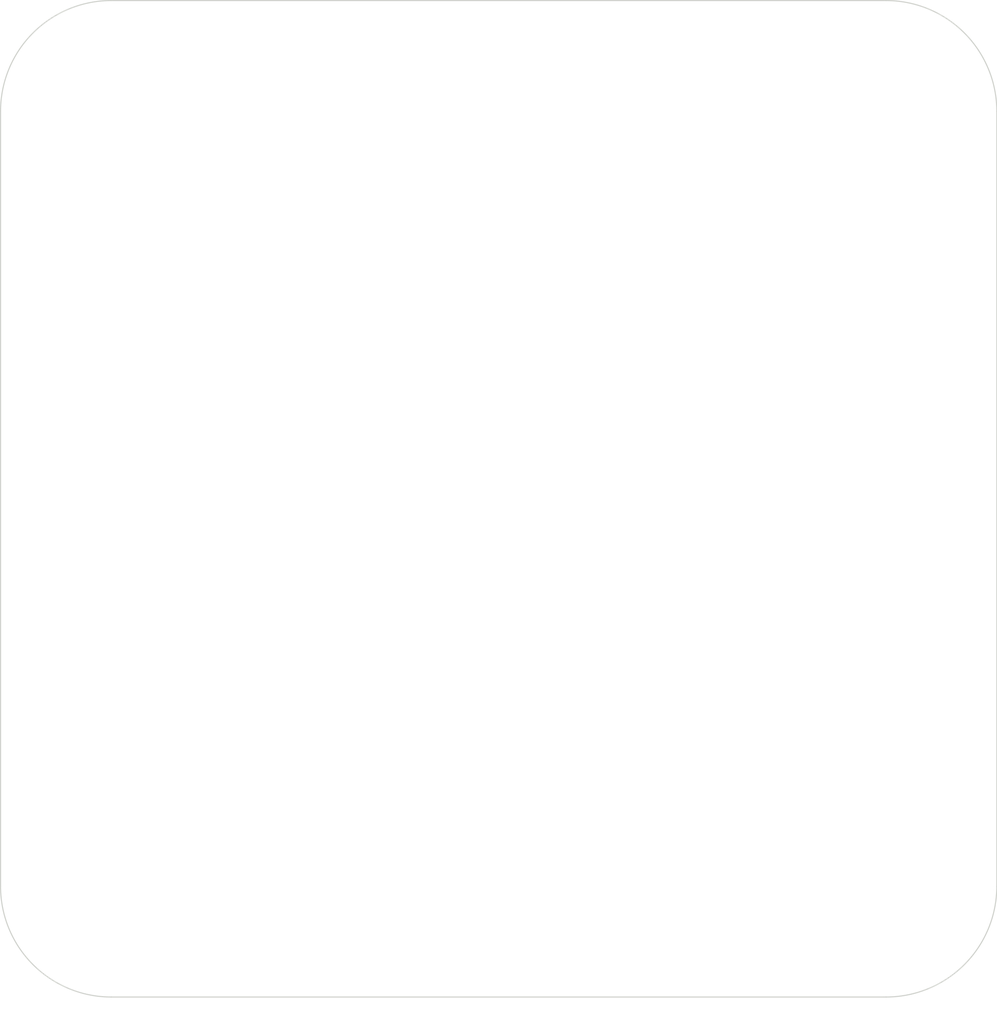
<source format=kicad_pcb>
(kicad_pcb (version 20221018) (generator pcbnew)
  (layers (0 "F.Cu" signal) (31 "B.Cu" signal) (34 "B.Paste" user) (35 "F.Paste" user) (36 "B.SilkS" user "B.Silkscreen") (37 "F.SilkS" user "F.Silkscreen") (38 "B.Mask" user) (39 "F.Mask" user) (44 "Edge.Cuts" user))
  (net 0 "")
  (footprint "oomlout_oomp_part_footprints:mhm3_electronic_mounting_hole_m3" (layer "F.Cu") (at -7.5 -15)
    (fp_text reference "H2" hide)
    (fp_text value "mhm3")
    (pad "" np_thru_hole circle (at 0 0) (size 3.2 3.2) (drill 3.2) (layers "*.Cu" "*.Mask"))
  )
  (footprint "oomlout_oomp_part_footprints:mhm6_electronic_mounting_hole_m6" (layer "F.Cu") (at 15 15)
    (fp_text reference "H9" hide)
    (fp_text value "mhm6")
    (pad "" np_thru_hole circle (at 0 0) (size 6.4 6.4) (drill 6.4) (layers "*.Cu" "*.Mask"))
  )
  (footprint "oomlout_oomp_part_footprints:mhm6_electronic_mounting_hole_m6" (layer "F.Cu") (at 0 -15)
    (fp_text reference "H3" hide)
    (fp_text value "mhm6")
    (pad "" np_thru_hole circle (at 0 0) (size 6.4 6.4) (drill 6.4) (layers "*.Cu" "*.Mask"))
  )
  (footprint "oomlout_oomp_part_footprints:mhm6_electronic_mounting_hole_m6" (layer "F.Cu") (at 15 -15)
    (fp_text reference "H5" hide)
    (fp_text value "mhm6")
    (pad "" np_thru_hole circle (at 0 0) (size 6.4 6.4) (drill 6.4) (layers "*.Cu" "*.Mask"))
  )
  (footprint "oomlout_oomp_part_footprints:mhm3_electronic_mounting_hole_m3" (layer "F.Cu") (at 7.5 15)
    (fp_text reference "H8" hide)
    (fp_text value "mhm3")
    (pad "" np_thru_hole circle (at 0 0) (size 3.2 3.2) (drill 3.2) (layers "*.Cu" "*.Mask"))
  )
  (footprint "oomlout_oomp_part_footprints:mhm6_electronic_mounting_hole_m6" (layer "F.Cu") (at -15 -15)
    (fp_text reference "H1" hide)
    (fp_text value "mhm6")
    (pad "" np_thru_hole circle (at 0 0) (size 6.4 6.4) (drill 6.4) (layers "*.Cu" "*.Mask"))
  )
  (footprint "oomlout_oomp_part_footprints:mhm3_electronic_mounting_hole_m3" (layer "F.Cu") (at -7.5 15)
    (fp_text reference "H7" hide)
    (fp_text value "mhm3")
    (pad "" np_thru_hole circle (at 0 0) (size 3.2 3.2) (drill 3.2) (layers "*.Cu" "*.Mask"))
  )
  (footprint "oomlout_oomp_part_footprints:mhm3_electronic_mounting_hole_m3" (layer "F.Cu") (at 7.5 -15)
    (fp_text reference "H4" hide)
    (fp_text value "mhm3")
    (pad "" np_thru_hole circle (at 0 0) (size 3.2 3.2) (drill 3.2) (layers "*.Cu" "*.Mask"))
  )
  (footprint "oomlout_oomp_part_footprints:mhm6_electronic_mounting_hole_m6" (layer "F.Cu") (at -15 15)
    (fp_text reference "H6" hide)
    (fp_text value "mhm6")
    (pad "" np_thru_hole circle (at 0 0) (size 6.4 6.4) (drill 6.4) (layers "*.Cu" "*.Mask"))
  )
  (gr_line (start 22 -18) (end 22 17) (stroke (width 0.05)) (layer "Edge.Cuts"))
  (gr_arc (start 17 -23) (mid 20.535534 -21.535534) (end 22 -18) (stroke (width 0.05)) (layer "Edge.Cuts"))
  (gr_line (start -18 -23) (end 17 -23) (stroke (width 0.05)) (layer "Edge.Cuts"))
  (gr_arc (start -23 -18) (mid -21.535534 -21.535534) (end -18 -23) (stroke (width 0.05)) (layer "Edge.Cuts"))
  (gr_line (start -23 17) (end -23 -18) (stroke (width 0.05)) (layer "Edge.Cuts"))
  (gr_line (start 17 22) (end -18 22) (stroke (width 0.05)) (layer "Edge.Cuts"))
  (gr_arc (start -18 22) (mid -21.535534 20.535534) (end -23 17) (stroke (width 0.05)) (layer "Edge.Cuts"))
  (gr_arc (start 22 17) (mid 20.535534 20.535534) (end 17 22) (stroke (width 0.05)) (layer "Edge.Cuts"))
)
</source>
